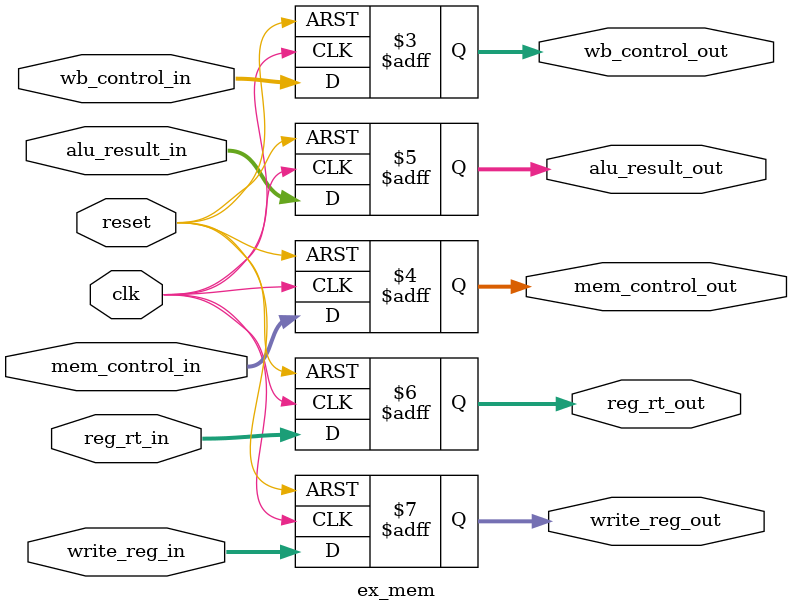
<source format=v>
`timescale 1ns / 1ps

module ex_mem(
    input wire clk,
    input wire reset,
    input wire [1:0] wb_control_in,    // WB control 
    input wire [2:0] mem_control_in,   // MEM control 
    input wire [31:0] alu_result_in,   // ALU computation result
    input wire [31:0] reg_rt_in,       // Data to be written to memory
    input wire [4:0] write_reg_in,     // Register to write back
    
    // Outputs to MEM stage
    output reg [1:0] wb_control_out,   // WB control 
    output reg [2:0] mem_control_out,  // MEM control 
    output reg [31:0] alu_result_out,  // ALU computation result
    output reg [31:0] reg_rt_out,      // Data to be written to memory
    output reg [4:0] write_reg_out     // Register to write back
);

    initial begin
        wb_control_out = 2'b0;
        mem_control_out = 3'b0;
        alu_result_out = 32'b0;
        reg_rt_out = 32'b0;
        write_reg_out = 5'b0;
    end

    always @(posedge clk or posedge reset) begin
        if (reset) begin
            // Reset all outputs
            wb_control_out <= 2'b0;
            mem_control_out <= 3'b0;
            alu_result_out <= 32'b0;
            reg_rt_out <= 32'b0;
            write_reg_out <= 5'b0;
        end else begin
            // Update outputs with input values
            wb_control_out <= wb_control_in;
            mem_control_out <= mem_control_in;
            alu_result_out <= alu_result_in;
            reg_rt_out <= reg_rt_in;
            write_reg_out <= write_reg_in;
        end
    end

endmodule

</source>
